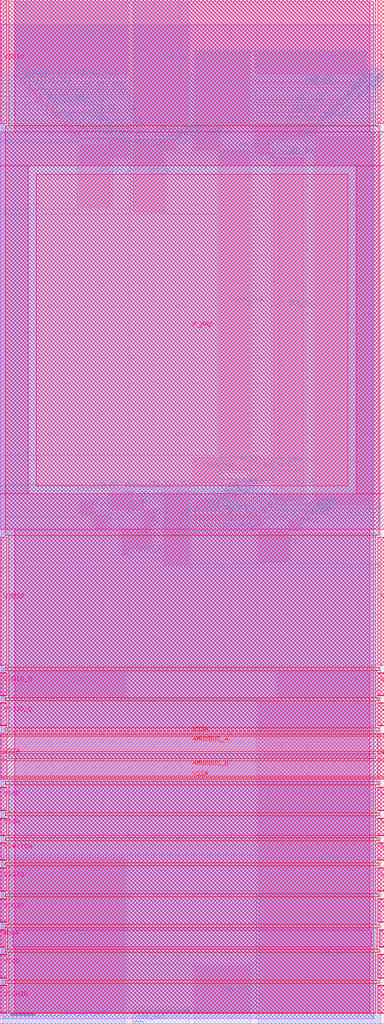
<source format=lef>
MACRO sky130_fd_io__top_power_hvc_wpadv2
  CLASS PAD ;
  FOREIGN sky130_fd_io__top_power_hvc_wpadv2 ;
  ORIGIN 0.000 0.000 ;
  SIZE 75.000 BY 200.000 ;
  SYMMETRY X Y R90 ;
  PIN PADISOR
    PORT
      LAYER met3 ;
        RECT 54.085 63.560 74.270 69.070 ;
    END
  END PADISOR
  PIN PADISOL
    PORT
      LAYER met3 ;
        RECT 0.515 63.560 24.375 69.070 ;
    END
  END PADISOL
  PIN P_CORE
    DIRECTION INOUT ;
    USE POWER ;
    PORT
      CLASS CORE ;
      LAYER met3 ;
        RECT 0.495 0.000 24.395 32.515 ;
    END
    PORT
      CLASS CORE ;
      LAYER met3 ;
        RECT 50.390 0.000 74.290 63.120 ;
    END
    PORT
      LAYER met3 ;
        RECT 61.500 101.295 74.290 173.320 ;
    END
    PORT
      LAYER met3 ;
        RECT 61.500 101.285 74.290 101.295 ;
    END
    PORT
      LAYER met3 ;
        RECT 61.250 101.045 61.500 101.295 ;
    END
    PORT
      LAYER met3 ;
        RECT 61.110 100.905 61.250 101.045 ;
    END
    PORT
      LAYER met3 ;
        RECT 60.550 100.345 61.110 100.905 ;
    END
    PORT
      LAYER met3 ;
        RECT 59.975 99.770 60.550 100.345 ;
    END
    PORT
      LAYER met3 ;
        RECT 59.425 99.220 59.975 99.770 ;
    END
    PORT
      LAYER met3 ;
        RECT 58.765 98.560 59.425 99.220 ;
    END
    PORT
      LAYER met3 ;
        RECT 56.355 96.150 58.765 98.560 ;
    END
    PORT
      LAYER met3 ;
        RECT 50.390 90.185 56.355 96.150 ;
    END
  END P_CORE
  PIN DRN_HVC
    DIRECTION INOUT ;
    USE POWER ;
    PORT
      LAYER met3 ;
        RECT 37.890 0.000 48.890 11.330 ;
    END
    PORT
      LAYER met2 ;
        RECT 50.390 0.000 74.290 25.660 ;
    END
    PORT
      LAYER met3 ;
        RECT 53.285 169.135 59.285 169.285 ;
    END
    PORT
      LAYER met3 ;
        RECT 53.285 110.440 59.285 169.135 ;
    END
    PORT
      LAYER met3 ;
        RECT 53.285 107.960 59.285 110.440 ;
    END
    PORT
      LAYER met3 ;
        RECT 52.685 169.135 53.285 169.735 ;
    END
    PORT
      LAYER met3 ;
        RECT 52.685 169.735 59.285 169.885 ;
    END
    PORT
      LAYER met3 ;
        RECT 49.775 169.735 52.685 172.645 ;
    END
    PORT
      LAYER met3 ;
        RECT 48.855 106.010 53.285 110.440 ;
    END
    PORT
      LAYER met3 ;
        RECT 49.775 185.360 71.625 190.040 ;
    END
    PORT
      LAYER met3 ;
        RECT 71.530 185.265 71.625 185.360 ;
    END
    PORT
      LAYER met3 ;
        RECT 70.900 184.635 71.530 185.265 ;
    END
    PORT
      LAYER met3 ;
        RECT 70.085 183.820 70.900 184.635 ;
    END
    PORT
      LAYER met3 ;
        RECT 49.775 183.820 70.085 183.970 ;
    END
    PORT
      LAYER met3 ;
        RECT 69.635 183.370 70.085 183.820 ;
    END
    PORT
      LAYER met3 ;
        RECT 49.775 183.370 69.635 183.520 ;
    END
    PORT
      LAYER met3 ;
        RECT 69.035 182.770 69.635 183.370 ;
    END
    PORT
      LAYER met3 ;
        RECT 49.775 182.770 69.035 182.920 ;
    END
    PORT
      LAYER met3 ;
        RECT 68.425 182.160 69.035 182.770 ;
    END
    PORT
      LAYER met3 ;
        RECT 67.810 181.545 68.425 182.160 ;
    END
    PORT
      LAYER met3 ;
        RECT 67.180 180.915 67.810 181.545 ;
    END
    PORT
      LAYER met3 ;
        RECT 66.635 180.370 67.180 180.915 ;
    END
    PORT
      LAYER met3 ;
        RECT 49.775 180.370 66.635 180.595 ;
    END
    PORT
      LAYER met3 ;
        RECT 65.585 179.320 66.635 180.370 ;
    END
    PORT
      LAYER met3 ;
        RECT 49.775 179.320 65.585 179.470 ;
    END
    PORT
      LAYER met3 ;
        RECT 64.235 177.970 65.585 179.320 ;
    END
    PORT
      LAYER met3 ;
        RECT 49.775 177.970 64.235 178.120 ;
    END
    PORT
      LAYER met3 ;
        RECT 63.485 177.220 64.235 177.970 ;
    END
    PORT
      LAYER met3 ;
        RECT 49.775 177.220 63.485 177.370 ;
    END
    PORT
      LAYER met3 ;
        RECT 62.700 176.435 63.485 177.220 ;
    END
    PORT
      LAYER met3 ;
        RECT 61.985 175.720 62.700 176.435 ;
    END
    PORT
      LAYER met3 ;
        RECT 49.775 175.720 61.985 175.925 ;
    END
    PORT
      LAYER met3 ;
        RECT 59.585 173.320 61.985 175.720 ;
    END
    PORT
      LAYER met3 ;
        RECT 49.775 173.320 59.585 175.720 ;
    END
    PORT
      LAYER met3 ;
        RECT 59.285 173.020 59.585 173.320 ;
    END
    PORT
      LAYER met3 ;
        RECT 49.775 172.645 59.285 173.320 ;
    END
    PORT
      LAYER met3 ;
        RECT 46.970 104.125 48.855 106.010 ;
    END
    PORT
      LAYER met3 ;
        RECT 45.260 102.415 46.970 104.125 ;
    END
    PORT
      LAYER met3 ;
        RECT 53.340 102.015 59.285 107.960 ;
    END
    PORT
      LAYER met3 ;
        RECT 45.260 102.015 53.340 102.165 ;
    END
    PORT
      LAYER met3 ;
        RECT 52.160 100.835 53.340 102.015 ;
    END
    PORT
      LAYER met3 ;
        RECT 51.040 99.715 52.160 100.835 ;
    END
    PORT
      LAYER met3 ;
        RECT 44.550 99.505 45.260 100.215 ;
    END
    PORT
      LAYER met3 ;
        RECT 42.855 170.460 48.855 170.610 ;
    END
    PORT
      LAYER met3 ;
        RECT 42.855 110.620 48.855 170.460 ;
    END
    PORT
      LAYER met3 ;
        RECT 42.855 108.150 48.855 110.620 ;
    END
    PORT
      LAYER met3 ;
        RECT 37.965 170.460 42.855 175.350 ;
    END
    PORT
      LAYER met3 ;
        RECT 37.890 105.655 42.855 110.620 ;
    END
    PORT
      LAYER met3 ;
        RECT 37.965 175.350 48.855 190.020 ;
    END
    PORT
      LAYER met3 ;
        RECT 44.830 104.125 46.570 105.865 ;
    END
    PORT
      LAYER met3 ;
        RECT 44.320 103.615 44.830 104.125 ;
    END
    PORT
      LAYER met3 ;
        RECT 42.840 102.135 44.320 103.615 ;
    END
    PORT
      LAYER met3 ;
        RECT 37.890 102.135 42.840 102.285 ;
    END
    PORT
      LAYER met3 ;
        RECT 37.890 100.215 42.840 102.135 ;
    END
    PORT
      LAYER met3 ;
        RECT 37.890 100.105 42.840 100.215 ;
    END
    PORT
      LAYER met3 ;
        RECT 42.840 99.505 43.550 100.215 ;
    END
    PORT
      LAYER met3 ;
        RECT 37.890 98.300 51.040 99.505 ;
    END
    PORT
      LAYER met3 ;
        RECT 49.790 97.050 51.040 98.300 ;
    END
    PORT
      LAYER met3 ;
        RECT 37.890 97.050 49.790 97.200 ;
    END
    PORT
      LAYER met3 ;
        RECT 48.890 96.150 49.790 97.050 ;
    END
    PORT
      LAYER met3 ;
        RECT 37.890 96.150 48.890 96.300 ;
    END
  END DRN_HVC
  PIN SRC_BDY_HVC
    DIRECTION INOUT ;
    USE GROUND ;
    PORT
      LAYER met3 ;
        RECT 25.895 0.000 36.895 2.725 ;
    END
    PORT
      LAYER met2 ;
        RECT 0.495 0.000 24.395 2.055 ;
    END
    PORT
      LAYER met3 ;
        RECT 31.945 89.470 36.895 99.895 ;
    END
    PORT
      LAYER met3 ;
        RECT 28.070 98.145 30.175 100.250 ;
    END
    PORT
      LAYER met3 ;
        RECT 25.930 100.250 28.070 102.390 ;
    END
    PORT
      LAYER met3 ;
        RECT 25.930 175.350 36.820 200.000 ;
    END
    PORT
      LAYER met3 ;
        RECT 36.130 174.660 36.820 175.350 ;
    END
    PORT
      LAYER met3 ;
        RECT 25.930 174.660 36.130 174.810 ;
    END
    PORT
      LAYER met3 ;
        RECT 35.530 174.060 36.130 174.660 ;
    END
    PORT
      LAYER met3 ;
        RECT 25.930 174.060 35.530 174.210 ;
    END
    PORT
      LAYER met3 ;
        RECT 34.780 173.310 35.530 174.060 ;
    END
    PORT
      LAYER met3 ;
        RECT 25.930 173.310 34.780 173.460 ;
    END
    PORT
      LAYER met3 ;
        RECT 34.180 172.710 34.780 173.310 ;
    END
    PORT
      LAYER met3 ;
        RECT 25.930 172.710 34.180 172.860 ;
    END
    PORT
      LAYER met3 ;
        RECT 31.930 170.460 34.180 172.710 ;
    END
    PORT
      LAYER met3 ;
        RECT 25.930 158.470 31.930 172.710 ;
    END
    PORT
      LAYER met3 ;
        RECT 25.930 104.790 31.930 104.860 ;
    END
    PORT
      LAYER met3 ;
        RECT 31.930 99.895 36.895 104.860 ;
    END
    PORT
      LAYER met3 ;
        RECT 23.745 91.290 24.995 92.540 ;
    END
    PORT
      LAYER met3 ;
        RECT 23.745 92.540 29.525 96.655 ;
    END
    PORT
      LAYER met3 ;
        RECT 28.035 96.655 29.525 98.145 ;
    END
    PORT
      LAYER met3 ;
        RECT 18.285 96.655 21.045 99.415 ;
    END
    PORT
      LAYER met3 ;
        RECT 15.500 99.415 18.285 102.200 ;
    END
    PORT
      LAYER met3 ;
        RECT 15.500 173.020 25.010 173.170 ;
    END
    PORT
      LAYER met3 ;
        RECT 15.500 172.640 25.010 173.020 ;
    END
    PORT
      LAYER met3 ;
        RECT 21.500 169.130 25.010 172.640 ;
    END
    PORT
      LAYER met3 ;
        RECT 15.500 159.510 21.500 171.670 ;
    END
    PORT
      LAYER met3 ;
        RECT 15.500 104.600 21.500 104.680 ;
    END
    PORT
      LAYER met3 ;
        RECT 21.500 100.250 25.930 104.680 ;
    END
    PORT
      LAYER met3 ;
        RECT 14.300 173.020 15.500 174.220 ;
    END
    PORT
      LAYER met3 ;
        RECT 14.300 174.220 25.010 174.370 ;
    END
    PORT
      LAYER met3 ;
        RECT 13.250 174.220 14.300 175.270 ;
    END
    PORT
      LAYER met3 ;
        RECT 13.250 175.270 25.010 175.420 ;
    END
    PORT
      LAYER met3 ;
        RECT 12.370 175.270 13.250 176.150 ;
    END
    PORT
      LAYER met3 ;
        RECT 11.710 176.150 12.370 176.810 ;
    END
    PORT
      LAYER met3 ;
        RECT 10.550 176.810 11.710 177.970 ;
    END
    PORT
      LAYER met3 ;
        RECT 10.550 177.970 25.010 178.120 ;
    END
    PORT
      LAYER met3 ;
        RECT 9.530 177.970 10.550 178.990 ;
    END
    PORT
      LAYER met3 ;
        RECT 8.680 178.990 9.530 179.840 ;
    END
    PORT
      LAYER met3 ;
        RECT 8.210 179.840 8.680 180.310 ;
    END
    PORT
      LAYER met3 ;
        RECT 7.100 180.310 8.210 181.420 ;
    END
    PORT
      LAYER met3 ;
        RECT 7.100 181.420 25.010 181.570 ;
    END
    PORT
      LAYER met3 ;
        RECT 6.050 181.420 7.100 182.470 ;
    END
    PORT
      LAYER met3 ;
        RECT 6.050 182.470 25.010 182.620 ;
    END
    PORT
      LAYER met3 ;
        RECT 5.155 182.470 6.050 183.365 ;
    END
    PORT
      LAYER met3 ;
        RECT 4.550 183.365 5.155 183.970 ;
    END
    PORT
      LAYER met3 ;
        RECT 4.550 183.970 25.010 184.120 ;
    END
    PORT
      LAYER met3 ;
        RECT 3.800 183.970 4.550 184.720 ;
    END
    PORT
      LAYER met3 ;
        RECT 3.800 184.720 25.010 184.870 ;
    END
    PORT
      LAYER met3 ;
        RECT 3.160 184.720 3.800 185.360 ;
    END
    PORT
      LAYER met3 ;
        RECT 3.160 185.360 25.010 200.000 ;
    END
  END SRC_BDY_HVC
  PIN OGC_HVC
    DIRECTION INOUT ;
    USE POWER ;
    PORT
      LAYER met2 ;
        RECT 25.895 0.000 27.895 0.535 ;
    END
  END OGC_HVC
  PIN VSSA
    DIRECTION INOUT ;
    USE GROUND ;
    PORT
      LAYER met4 ;
        RECT 0.000 36.735 1.270 40.185 ;
    END
    PORT
      LAYER met4 ;
        RECT 0.000 56.405 75.000 56.735 ;
    END
    PORT
      LAYER met4 ;
        RECT 0.000 47.735 75.000 48.065 ;
    END
    PORT
      LAYER met4 ;
        RECT 0.000 51.645 1.270 52.825 ;
    END
    PORT
      LAYER met4 ;
        RECT 73.730 36.735 75.000 40.185 ;
    END
    PORT
      LAYER met4 ;
        RECT 73.730 51.645 75.000 52.825 ;
    END
    PORT
      LAYER met5 ;
        RECT 73.730 36.840 75.000 40.085 ;
    END
    PORT
      LAYER met5 ;
        RECT 0.000 47.735 1.270 56.735 ;
    END
    PORT
      LAYER met5 ;
        RECT 0.000 36.840 1.270 40.085 ;
    END
    PORT
      LAYER met5 ;
        RECT 73.730 47.735 75.000 56.735 ;
    END
  END VSSA
  PIN VSSD
    DIRECTION INOUT ;
    USE GROUND ;
    PORT
      LAYER met4 ;
        RECT 0.000 41.585 1.270 46.235 ;
    END
    PORT
      LAYER met4 ;
        RECT 73.730 41.585 75.000 46.235 ;
    END
    PORT
      LAYER met5 ;
        RECT 0.000 41.685 1.270 46.135 ;
    END
    PORT
      LAYER met5 ;
        RECT 73.730 41.685 75.000 46.135 ;
    END
  END VSSD
  PIN AMUXBUS_B
    DIRECTION INOUT ;
    USE POWER ;
    PORT
      LAYER met4 ;
        RECT 0.000 48.365 75.000 51.345 ;
    END
  END AMUXBUS_B
  PIN AMUXBUS_A
    DIRECTION INOUT ;
    USE POWER ;
    PORT
      LAYER met4 ;
        RECT 0.000 53.125 75.000 56.105 ;
    END
  END AMUXBUS_A
  PIN VDDIO_Q
    DIRECTION INOUT ;
    USE POWER ;
    PORT
      LAYER met4 ;
        RECT 0.000 64.085 1.270 68.535 ;
    END
    PORT
      LAYER met4 ;
        RECT 73.730 64.085 75.000 68.535 ;
    END
    PORT
      LAYER met5 ;
        RECT 73.730 64.185 75.000 68.435 ;
    END
    PORT
      LAYER met5 ;
        RECT 0.000 64.185 1.270 68.435 ;
    END
  END VDDIO_Q
  PIN VDDIO
    DIRECTION INOUT ;
    USE POWER ;
    PORT
      LAYER met4 ;
        RECT 0.000 70.035 1.270 95.000 ;
    END
    PORT
      LAYER met4 ;
        RECT 0.000 19.785 1.270 24.435 ;
    END
    PORT
      LAYER met4 ;
        RECT 73.730 70.035 75.000 95.000 ;
    END
    PORT
      LAYER met4 ;
        RECT 73.730 19.785 75.000 24.435 ;
    END
    PORT
      LAYER met5 ;
        RECT 0.000 19.885 1.270 24.335 ;
    END
    PORT
      LAYER met5 ;
        RECT 0.000 70.035 1.270 94.985 ;
    END
    PORT
      LAYER met5 ;
        RECT 73.730 19.885 75.000 24.335 ;
    END
    PORT
      LAYER met5 ;
        RECT 73.730 70.035 75.000 94.985 ;
    END
  END VDDIO
  PIN VSWITCH
    DIRECTION INOUT ;
    USE POWER ;
    PORT
      LAYER met4 ;
        RECT 0.000 31.885 1.270 35.335 ;
    END
    PORT
      LAYER met4 ;
        RECT 73.730 31.885 75.000 35.335 ;
    END
    PORT
      LAYER met5 ;
        RECT 73.730 31.985 75.000 35.235 ;
    END
    PORT
      LAYER met5 ;
        RECT 0.000 31.985 1.270 35.235 ;
    END
  END VSWITCH
  PIN VSSIO
    DIRECTION INOUT ;
    USE GROUND ;
    PORT
      LAYER met4 ;
        RECT 0.000 25.835 1.270 30.485 ;
    END
    PORT
      LAYER met4 ;
        RECT 73.730 25.835 75.000 30.485 ;
    END
    PORT
      LAYER met4 ;
        RECT 0.000 175.785 1.270 200.000 ;
    END
    PORT
      LAYER met4 ;
        RECT 73.730 175.785 75.000 200.000 ;
    END
    PORT
      LAYER met5 ;
        RECT 73.730 25.935 75.000 30.385 ;
    END
    PORT
      LAYER met5 ;
        RECT 73.730 175.785 75.000 200.000 ;
    END
    PORT
      LAYER met5 ;
        RECT 0.000 175.785 1.270 200.000 ;
    END
    PORT
      LAYER met5 ;
        RECT 0.000 25.935 1.270 30.385 ;
    END
  END VSSIO
  PIN VDDA
    DIRECTION INOUT ;
    USE POWER ;
    PORT
      LAYER met4 ;
        RECT 0.000 14.935 0.965 18.385 ;
    END
    PORT
      LAYER met4 ;
        RECT 74.035 14.935 75.000 18.385 ;
    END
    PORT
      LAYER met5 ;
        RECT 0.000 15.035 0.965 18.285 ;
    END
    PORT
      LAYER met5 ;
        RECT 74.035 15.035 75.000 18.285 ;
    END
  END VDDA
  PIN VCCD
    DIRECTION INOUT ;
    USE POWER ;
    PORT
      LAYER met4 ;
        RECT 0.000 8.885 1.270 13.535 ;
    END
    PORT
      LAYER met4 ;
        RECT 73.730 8.885 75.000 13.535 ;
    END
    PORT
      LAYER met5 ;
        RECT 0.000 8.985 1.270 13.435 ;
    END
    PORT
      LAYER met5 ;
        RECT 73.730 8.985 75.000 13.435 ;
    END
  END VCCD
  PIN VCCHIB
    DIRECTION INOUT ;
    USE POWER ;
    PORT
      LAYER met4 ;
        RECT 0.000 2.035 1.270 7.485 ;
    END
    PORT
      LAYER met4 ;
        RECT 73.730 2.035 75.000 7.485 ;
    END
    PORT
      LAYER met5 ;
        RECT 0.000 2.135 1.270 7.385 ;
    END
    PORT
      LAYER met5 ;
        RECT 73.730 2.135 75.000 7.385 ;
    END
  END VCCHIB
  PIN VSSIO_Q
    DIRECTION INOUT ;
    USE GROUND ;
    PORT
      LAYER met4 ;
        RECT 0.000 58.235 1.270 62.685 ;
    END
    PORT
      LAYER met4 ;
        RECT 73.730 58.235 75.000 62.685 ;
    END
    PORT
      LAYER met5 ;
        RECT 73.730 58.335 75.000 62.585 ;
    END
    PORT
      LAYER met5 ;
        RECT 0.000 58.335 1.270 62.585 ;
    END
  END VSSIO_Q
  PIN P_PAD
    DIRECTION INOUT ;
    USE SIGNAL ;
    PORT
      LAYER met5 ;
        RECT 7.050 105.120 67.890 165.945 ;
    END
  END P_PAD
  OBS
      LAYER li1 ;
        RECT 0.610 0.970 72.855 199.695 ;
      LAYER met1 ;
        RECT 0.185 0.970 72.915 199.725 ;
      LAYER met2 ;
        RECT 0.265 25.940 74.290 195.075 ;
        RECT 0.265 2.335 50.110 25.940 ;
        RECT 24.675 0.980 50.110 2.335 ;
      LAYER met3 ;
        RECT 0.240 184.320 2.760 185.360 ;
        RECT 0.240 183.570 3.400 184.320 ;
        RECT 25.410 183.570 25.530 185.360 ;
        RECT 0.240 182.965 4.150 183.570 ;
        RECT 6.450 183.020 25.530 183.570 ;
        RECT 0.240 182.070 4.755 182.965 ;
        RECT 25.410 182.070 25.530 183.020 ;
        RECT 0.240 181.020 5.650 182.070 ;
        RECT 7.500 181.970 25.530 182.070 ;
        RECT 25.410 181.020 25.530 181.970 ;
        RECT 0.240 179.910 6.700 181.020 ;
        RECT 8.610 180.710 25.530 181.020 ;
        RECT 9.080 180.240 25.530 180.710 ;
        RECT 0.240 179.440 7.810 179.910 ;
        RECT 0.240 178.590 8.280 179.440 ;
        RECT 9.930 179.390 25.530 180.240 ;
        RECT 0.240 177.570 9.130 178.590 ;
        RECT 10.950 178.520 25.530 179.390 ;
        RECT 25.410 177.570 25.530 178.520 ;
        RECT 0.240 176.410 10.150 177.570 ;
        RECT 12.110 177.210 25.530 177.570 ;
        RECT 12.770 176.550 25.530 177.210 ;
        RECT 0.240 175.750 11.310 176.410 ;
        RECT 13.650 175.820 25.530 176.550 ;
        RECT 0.240 174.870 11.970 175.750 ;
        RECT 25.410 174.870 25.530 175.820 ;
        RECT 0.240 173.820 12.850 174.870 ;
        RECT 14.700 174.770 25.530 174.870 ;
        RECT 25.410 173.820 25.530 174.770 ;
        RECT 37.220 174.260 37.565 185.360 ;
        RECT 49.255 184.960 49.375 185.360 ;
        RECT 49.255 184.370 69.685 184.960 ;
        RECT 72.025 184.865 74.290 185.360 ;
        RECT 49.255 182.370 49.375 184.370 ;
        RECT 71.930 184.235 74.290 184.865 ;
        RECT 71.300 183.420 74.290 184.235 ;
        RECT 70.485 182.970 74.290 183.420 ;
        RECT 70.035 182.370 74.290 182.970 ;
        RECT 49.255 181.945 67.410 182.370 ;
        RECT 49.255 181.315 66.780 181.945 ;
        RECT 69.435 181.760 74.290 182.370 ;
        RECT 49.255 180.995 66.235 181.315 ;
        RECT 68.825 181.145 74.290 181.760 ;
        RECT 49.255 179.970 49.375 180.995 ;
        RECT 68.210 180.515 74.290 181.145 ;
        RECT 67.580 179.970 74.290 180.515 ;
        RECT 49.255 179.870 65.185 179.970 ;
        RECT 49.255 178.920 49.375 179.870 ;
        RECT 67.035 178.920 74.290 179.970 ;
        RECT 49.255 178.520 63.835 178.920 ;
        RECT 49.255 176.820 49.375 178.520 ;
        RECT 65.985 177.570 74.290 178.920 ;
        RECT 64.635 176.820 74.290 177.570 ;
        RECT 49.255 176.325 61.585 176.820 ;
        RECT 49.255 174.950 49.375 176.325 ;
        RECT 63.885 176.035 74.290 176.820 ;
        RECT 63.100 175.320 74.290 176.035 ;
        RECT 0.240 172.620 13.900 173.820 ;
        RECT 15.900 173.570 25.530 173.820 ;
        RECT 36.530 173.660 37.565 174.260 ;
        RECT 0.240 172.240 15.100 172.620 ;
        RECT 0.240 172.070 21.100 172.240 ;
        RECT 0.240 159.110 15.100 172.070 ;
        RECT 25.410 168.730 25.530 173.570 ;
        RECT 35.930 172.910 37.565 173.660 ;
        RECT 35.180 172.310 37.565 172.910 ;
        RECT 34.580 170.060 37.565 172.310 ;
        RECT 43.255 171.010 49.375 174.950 ;
        RECT 62.385 173.720 74.290 175.320 ;
        RECT 59.985 172.620 61.100 172.920 ;
        RECT 59.685 172.245 61.100 172.620 ;
        RECT 21.900 159.110 25.530 168.730 ;
        RECT 0.240 158.070 25.530 159.110 ;
        RECT 32.330 158.070 42.455 170.060 ;
        RECT 0.240 111.020 42.455 158.070 ;
        RECT 49.255 169.335 49.375 171.010 ;
        RECT 53.085 170.285 61.100 172.245 ;
        RECT 49.255 168.735 52.285 169.335 ;
        RECT 0.240 105.260 37.490 111.020 ;
        RECT 49.255 110.840 52.885 168.735 ;
        RECT 0.240 105.080 25.530 105.260 ;
        RECT 37.295 105.255 37.490 105.260 ;
        RECT 43.255 106.410 48.455 107.750 ;
        RECT 43.255 106.265 46.570 106.410 ;
        RECT 43.255 105.255 44.430 106.265 ;
        RECT 0.240 104.200 15.100 105.080 ;
        RECT 37.295 104.525 44.430 105.255 ;
        RECT 0.240 102.600 21.100 104.200 ;
        RECT 26.330 102.790 31.530 104.390 ;
        RECT 0.240 99.015 15.100 102.600 ;
        RECT 18.685 99.850 21.100 102.600 ;
        RECT 28.470 100.650 31.530 102.790 ;
        RECT 18.685 99.815 27.670 99.850 ;
        RECT 0.240 96.255 17.885 99.015 ;
        RECT 21.445 98.545 27.670 99.815 ;
        RECT 30.575 99.495 31.530 100.650 ;
        RECT 37.295 104.015 43.920 104.525 ;
        RECT 37.295 102.685 42.440 104.015 ;
        RECT 49.255 103.725 52.940 105.610 ;
        RECT 21.445 97.055 27.635 98.545 ;
        RECT 30.575 97.745 31.545 99.495 ;
        RECT 21.445 96.255 23.345 97.055 ;
        RECT 0.240 90.890 23.345 96.255 ;
        RECT 29.925 92.140 31.545 97.745 ;
        RECT 25.395 90.890 31.545 92.140 ;
        RECT 0.240 89.070 31.545 90.890 ;
        RECT 37.295 97.900 37.490 102.685 ;
        RECT 44.720 101.735 44.860 103.215 ;
        RECT 47.370 102.565 52.940 103.725 ;
        RECT 43.240 101.615 44.860 101.735 ;
        RECT 59.685 101.695 61.100 170.285 ;
        RECT 59.685 101.615 60.850 101.695 ;
        RECT 43.240 101.235 51.760 101.615 ;
        RECT 53.740 101.445 60.850 101.615 ;
        RECT 53.740 101.305 60.710 101.445 ;
        RECT 43.240 100.615 50.640 101.235 ;
        RECT 43.950 99.905 44.150 100.615 ;
        RECT 45.660 99.905 50.640 100.615 ;
        RECT 53.740 100.745 60.150 101.305 ;
        RECT 53.740 100.435 59.575 100.745 ;
        RECT 61.900 100.645 74.290 100.885 ;
        RECT 61.650 100.505 74.290 100.645 ;
        RECT 52.560 100.170 59.575 100.435 ;
        RECT 52.560 99.620 59.025 100.170 ;
        RECT 61.510 99.945 74.290 100.505 ;
        RECT 52.560 99.315 58.365 99.620 ;
        RECT 60.950 99.370 74.290 99.945 ;
        RECT 51.440 98.960 58.365 99.315 ;
        RECT 37.295 97.600 49.390 97.900 ;
        RECT 37.295 95.750 37.490 97.600 ;
        RECT 51.440 96.650 55.955 98.960 ;
        RECT 60.375 98.820 74.290 99.370 ;
        RECT 59.825 98.160 74.290 98.820 ;
        RECT 50.190 96.550 55.955 96.650 ;
        RECT 59.165 95.750 74.290 98.160 ;
        RECT 37.295 89.785 49.990 95.750 ;
        RECT 56.755 89.785 74.290 95.750 ;
        RECT 37.295 89.070 74.290 89.785 ;
        RECT 0.240 69.470 74.290 89.070 ;
        RECT 24.775 63.520 53.685 69.470 ;
        RECT 24.775 63.160 49.990 63.520 ;
        RECT 0.240 32.915 49.990 63.160 ;
        RECT 24.795 11.730 49.990 32.915 ;
        RECT 24.795 3.125 37.490 11.730 ;
        RECT 24.795 2.725 25.495 3.125 ;
        RECT 37.295 2.725 37.490 3.125 ;
        RECT 49.290 2.725 49.990 11.730 ;
      LAYER met4 ;
        RECT 1.670 175.385 73.330 200.000 ;
        RECT 0.965 95.400 74.035 175.385 ;
        RECT 1.670 69.635 73.330 95.400 ;
        RECT 0.965 68.935 74.035 69.635 ;
        RECT 1.670 63.685 73.330 68.935 ;
        RECT 0.965 63.085 74.035 63.685 ;
        RECT 1.670 57.835 73.330 63.085 ;
        RECT 0.965 57.135 74.035 57.835 ;
        RECT 1.670 51.745 73.330 52.725 ;
        RECT 0.965 46.635 74.035 47.335 ;
        RECT 1.670 41.185 73.330 46.635 ;
        RECT 0.965 40.585 74.035 41.185 ;
        RECT 1.670 36.335 73.330 40.585 ;
        RECT 0.965 35.735 74.035 36.335 ;
        RECT 1.670 31.485 73.330 35.735 ;
        RECT 0.965 30.885 74.035 31.485 ;
        RECT 1.670 25.435 73.330 30.885 ;
        RECT 0.965 24.835 74.035 25.435 ;
        RECT 1.670 19.385 73.330 24.835 ;
        RECT 0.965 18.785 74.035 19.385 ;
        RECT 1.365 14.535 73.635 18.785 ;
        RECT 0.965 13.935 74.035 14.535 ;
        RECT 1.670 8.485 73.330 13.935 ;
        RECT 0.965 7.885 74.035 8.485 ;
        RECT 1.670 2.035 73.330 7.885 ;
      LAYER met5 ;
        RECT 2.870 174.185 72.130 200.000 ;
        RECT 0.000 167.545 75.000 174.185 ;
        RECT 0.000 103.520 5.450 167.545 ;
        RECT 69.490 103.520 75.000 167.545 ;
        RECT 0.000 96.585 75.000 103.520 ;
        RECT 2.870 36.840 72.130 96.585 ;
        RECT 0.000 36.835 75.000 36.840 ;
        RECT 2.870 18.285 72.130 36.835 ;
        RECT 2.565 15.035 72.435 18.285 ;
        RECT 2.870 2.135 72.130 15.035 ;
  END
END sky130_fd_io__top_power_hvc_wpadv2

</source>
